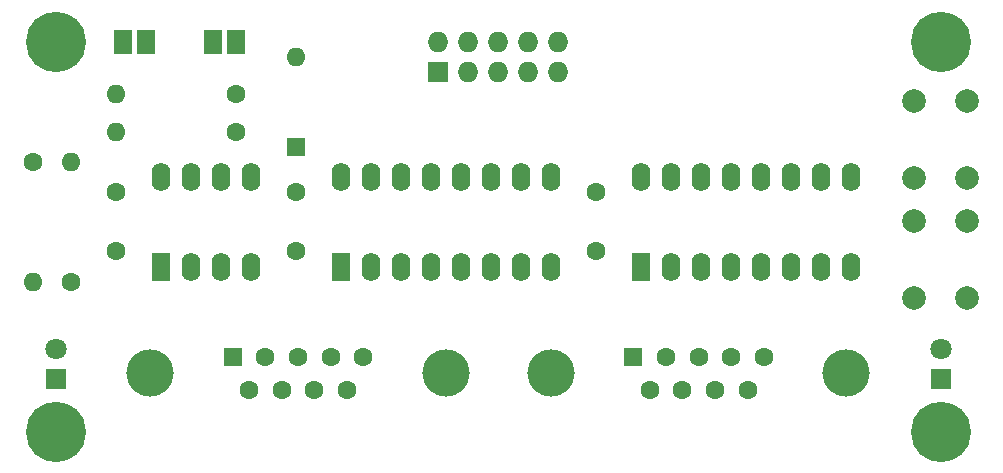
<source format=gts>
%TF.GenerationSoftware,KiCad,Pcbnew,(5.1.8)-1*%
%TF.CreationDate,2021-03-09T01:49:27+01:00*%
%TF.ProjectId,Amiga Mouse Switch,416d6967-6120-44d6-9f75-736520537769,rev?*%
%TF.SameCoordinates,Original*%
%TF.FileFunction,Soldermask,Top*%
%TF.FilePolarity,Negative*%
%FSLAX46Y46*%
G04 Gerber Fmt 4.6, Leading zero omitted, Abs format (unit mm)*
G04 Created by KiCad (PCBNEW (5.1.8)-1) date 2021-03-09 01:49:27*
%MOMM*%
%LPD*%
G01*
G04 APERTURE LIST*
%ADD10R,1.500000X2.000000*%
%ADD11C,1.600000*%
%ADD12R,1.727200X1.727200*%
%ADD13O,1.727200X1.727200*%
%ADD14C,5.100000*%
%ADD15C,1.800000*%
%ADD16R,1.800000X1.800000*%
%ADD17C,4.000000*%
%ADD18R,1.600000X1.600000*%
%ADD19O,1.600000X1.600000*%
%ADD20O,1.600000X2.400000*%
%ADD21R,1.600000X2.400000*%
%ADD22C,2.000000*%
G04 APERTURE END LIST*
D10*
%TO.C,JP2*%
X117475000Y-75565000D03*
X115570000Y-75565000D03*
%TD*%
D11*
%TO.C,C3*%
X107315000Y-88265000D03*
X107315000Y-93265000D03*
%TD*%
D12*
%TO.C,J3*%
X134620000Y-78105000D03*
D13*
X137160000Y-78105000D03*
X139700000Y-78105000D03*
X142240000Y-78105000D03*
X144780000Y-78105000D03*
X134620000Y-75565000D03*
X137160000Y-75565000D03*
X139700000Y-75565000D03*
X142240000Y-75565000D03*
X144780000Y-75565000D03*
%TD*%
D14*
%TO.C,M1*%
X102235000Y-108585000D03*
%TD*%
%TO.C,M2*%
X177165000Y-75565000D03*
%TD*%
%TO.C,M3*%
X102235000Y-75565000D03*
%TD*%
%TO.C,M4*%
X177165000Y-108585000D03*
%TD*%
D11*
%TO.C,C1*%
X147955000Y-88265000D03*
X147955000Y-93265000D03*
%TD*%
%TO.C,C2*%
X122555000Y-93265000D03*
X122555000Y-88265000D03*
%TD*%
D15*
%TO.C,D1*%
X177165000Y-101600000D03*
D16*
X177165000Y-104140000D03*
%TD*%
%TO.C,D2*%
X102235000Y-104140000D03*
D15*
X102235000Y-101600000D03*
%TD*%
D17*
%TO.C,J1*%
X135240000Y-103655000D03*
X110240000Y-103655000D03*
D11*
X126895000Y-105075000D03*
X124125000Y-105075000D03*
X121355000Y-105075000D03*
X118585000Y-105075000D03*
X128280000Y-102235000D03*
X125510000Y-102235000D03*
X122740000Y-102235000D03*
X119970000Y-102235000D03*
D18*
X117200000Y-102235000D03*
%TD*%
%TO.C,J2*%
X151130000Y-102235000D03*
D11*
X153900000Y-102235000D03*
X156670000Y-102235000D03*
X159440000Y-102235000D03*
X162210000Y-102235000D03*
X152515000Y-105075000D03*
X155285000Y-105075000D03*
X158055000Y-105075000D03*
X160825000Y-105075000D03*
D17*
X144170000Y-103655000D03*
X169170000Y-103655000D03*
%TD*%
D10*
%TO.C,JP1*%
X107950000Y-75565000D03*
X109855000Y-75565000D03*
%TD*%
D19*
%TO.C,R1*%
X107315000Y-83185000D03*
D11*
X117475000Y-83185000D03*
%TD*%
%TO.C,R2*%
X117475000Y-80010000D03*
D19*
X107315000Y-80010000D03*
%TD*%
%TO.C,R3*%
X103505000Y-85725000D03*
D11*
X103505000Y-95885000D03*
%TD*%
%TO.C,R4*%
X100330000Y-85725000D03*
D19*
X100330000Y-95885000D03*
%TD*%
D20*
%TO.C,U1*%
X151765000Y-86995000D03*
X169545000Y-94615000D03*
X154305000Y-86995000D03*
X167005000Y-94615000D03*
X156845000Y-86995000D03*
X164465000Y-94615000D03*
X159385000Y-86995000D03*
X161925000Y-94615000D03*
X161925000Y-86995000D03*
X159385000Y-94615000D03*
X164465000Y-86995000D03*
X156845000Y-94615000D03*
X167005000Y-86995000D03*
X154305000Y-94615000D03*
X169545000Y-86995000D03*
D21*
X151765000Y-94615000D03*
%TD*%
%TO.C,U2*%
X126365000Y-94615000D03*
D20*
X144145000Y-86995000D03*
X128905000Y-94615000D03*
X141605000Y-86995000D03*
X131445000Y-94615000D03*
X139065000Y-86995000D03*
X133985000Y-94615000D03*
X136525000Y-86995000D03*
X136525000Y-94615000D03*
X133985000Y-86995000D03*
X139065000Y-94615000D03*
X131445000Y-86995000D03*
X141605000Y-94615000D03*
X128905000Y-86995000D03*
X144145000Y-94615000D03*
X126365000Y-86995000D03*
%TD*%
D21*
%TO.C,U3*%
X111125000Y-94615000D03*
D20*
X118745000Y-86995000D03*
X113665000Y-94615000D03*
X116205000Y-86995000D03*
X116205000Y-94615000D03*
X113665000Y-86995000D03*
X118745000Y-94615000D03*
X111125000Y-86995000D03*
%TD*%
D22*
%TO.C,SW1*%
X179415000Y-87070000D03*
X174915000Y-87070000D03*
X179415000Y-80570000D03*
X174915000Y-80570000D03*
%TD*%
%TO.C,SW2*%
X174915000Y-90730000D03*
X179415000Y-90730000D03*
X174915000Y-97230000D03*
X179415000Y-97230000D03*
%TD*%
D18*
%TO.C,D3*%
X122555000Y-84455000D03*
D19*
X122555000Y-76835000D03*
%TD*%
M02*

</source>
